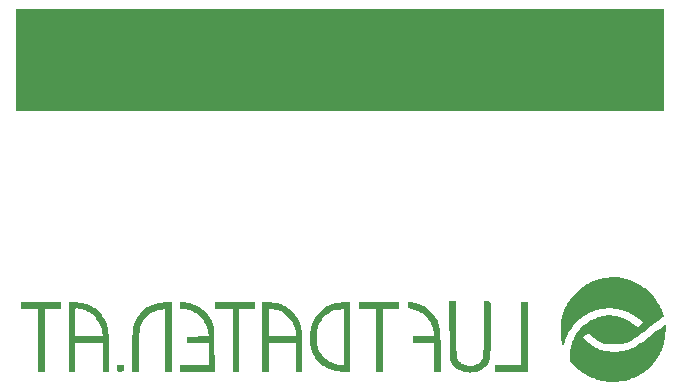
<source format=gbo>
G04 Layer: BottomSilkscreenLayer*
G04 EasyEDA v6.5.23, 2023-05-23 22:52:14*
G04 b64d56a2c64b479e9c3a0f4ea2cfd69e,619bf967d5dd4da89e17e2f86567f5d7,10*
G04 Gerber Generator version 0.2*
G04 Scale: 100 percent, Rotated: No, Reflected: No *
G04 Dimensions in millimeters *
G04 leading zeros omitted , absolute positions ,4 integer and 5 decimal *
%FSLAX45Y45*%
%MOMM*%

%ADD10C,0.0001*%

%LPD*%
G36*
X6859117Y5754522D02*
G01*
X6842759Y5754217D01*
X6810095Y5752846D01*
X6797751Y5751931D01*
X6785508Y5750661D01*
X6773418Y5749137D01*
X6761480Y5747308D01*
X6749694Y5745124D01*
X6738010Y5742686D01*
X6726529Y5739942D01*
X6715150Y5736894D01*
X6703923Y5733491D01*
X6692798Y5729833D01*
X6681876Y5725871D01*
X6671056Y5721553D01*
X6660388Y5716981D01*
X6649821Y5712053D01*
X6639407Y5706821D01*
X6629146Y5701334D01*
X6618986Y5695492D01*
X6608978Y5689346D01*
X6599123Y5682894D01*
X6589318Y5676087D01*
X6579717Y5669026D01*
X6570218Y5661609D01*
X6560820Y5653938D01*
X6551574Y5645912D01*
X6537909Y5633262D01*
X6528968Y5624474D01*
X6520129Y5615330D01*
X6511290Y5605729D01*
X6502704Y5595772D01*
X6494424Y5585612D01*
X6486448Y5575249D01*
X6478727Y5564581D01*
X6471361Y5553760D01*
X6464249Y5542737D01*
X6457492Y5531510D01*
X6451092Y5520182D01*
X6444996Y5508650D01*
X6439255Y5496966D01*
X6431330Y5479288D01*
X6426504Y5467350D01*
X6422034Y5455310D01*
X6417970Y5443220D01*
X6414312Y5431078D01*
X6411010Y5418937D01*
X6408521Y5408168D01*
X6406642Y5397804D01*
X6405067Y5386273D01*
X6403797Y5373674D01*
X6402730Y5360263D01*
X6401917Y5346192D01*
X6401358Y5331612D01*
X6401054Y5301843D01*
X6401257Y5286959D01*
X6402374Y5258257D01*
X6403340Y5244744D01*
X6404508Y5232044D01*
X6405880Y5220360D01*
X6407556Y5209895D01*
X6409385Y5200751D01*
X6411468Y5193233D01*
X6419951Y5171643D01*
X6428079Y5192420D01*
X6431229Y5201005D01*
X6433820Y5209133D01*
X6435547Y5215839D01*
X6436563Y5222494D01*
X6439458Y5230825D01*
X6444691Y5243169D01*
X6451549Y5257952D01*
X6458204Y5271414D01*
X6464096Y5282387D01*
X6473342Y5298389D01*
X6479844Y5308752D01*
X6486550Y5318861D01*
X6493510Y5328716D01*
X6500672Y5338267D01*
X6508089Y5347614D01*
X6515709Y5356656D01*
X6523583Y5365445D01*
X6539890Y5382209D01*
X6548374Y5390134D01*
X6557060Y5397804D01*
X6565950Y5405221D01*
X6574993Y5412333D01*
X6584238Y5419140D01*
X6593687Y5425694D01*
X6603288Y5431942D01*
X6613093Y5437886D01*
X6623100Y5443524D01*
X6633209Y5448909D01*
X6643522Y5453938D01*
X6653987Y5458714D01*
X6664604Y5463133D01*
X6675374Y5467248D01*
X6686296Y5471058D01*
X6697370Y5474563D01*
X6708597Y5477764D01*
X6719925Y5480608D01*
X6731406Y5483148D01*
X6743039Y5485384D01*
X6754774Y5487263D01*
X6766610Y5488838D01*
X6778599Y5490057D01*
X6790690Y5490921D01*
X6802881Y5491480D01*
X6815175Y5491734D01*
X6827164Y5491530D01*
X6839254Y5490921D01*
X6851446Y5489854D01*
X6863689Y5488330D01*
X6875983Y5486450D01*
X6888225Y5484164D01*
X6900468Y5481421D01*
X6912711Y5478322D01*
X6924802Y5474868D01*
X6936892Y5471007D01*
X6948779Y5466842D01*
X6960565Y5462270D01*
X6972147Y5457393D01*
X6983577Y5452160D01*
X6994753Y5446623D01*
X7005726Y5440730D01*
X7016394Y5434584D01*
X7026757Y5428081D01*
X7036816Y5421376D01*
X7046518Y5414314D01*
X7055866Y5407050D01*
X7064806Y5399481D01*
X7093712Y5374081D01*
X7052767Y5331307D01*
X7013752Y5361025D01*
X7002932Y5368899D01*
X6992416Y5376113D01*
X6982104Y5382717D01*
X6971893Y5388711D01*
X6961682Y5394248D01*
X6951319Y5399328D01*
X6940702Y5404002D01*
X6929780Y5408320D01*
X6918401Y5412384D01*
X6906463Y5416143D01*
X6893814Y5419750D01*
X6880047Y5423357D01*
X6866128Y5426456D01*
X6852818Y5428945D01*
X6839966Y5430774D01*
X6827367Y5431942D01*
X6814972Y5432450D01*
X6802628Y5432298D01*
X6790181Y5431485D01*
X6777481Y5430012D01*
X6764477Y5427878D01*
X6750964Y5425084D01*
X6736791Y5421630D01*
X6723227Y5417870D01*
X6710934Y5414010D01*
X6698894Y5409742D01*
X6687159Y5405120D01*
X6675628Y5400141D01*
X6664350Y5394807D01*
X6653377Y5389118D01*
X6642658Y5383123D01*
X6632244Y5376773D01*
X6622135Y5370068D01*
X6612280Y5363057D01*
X6602730Y5355742D01*
X6593535Y5348122D01*
X6584594Y5340248D01*
X6576009Y5332018D01*
X6567728Y5323535D01*
X6559803Y5314797D01*
X6552234Y5305806D01*
X6544970Y5296560D01*
X6538061Y5287010D01*
X6531508Y5277256D01*
X6525361Y5267299D01*
X6519519Y5257088D01*
X6514084Y5246674D01*
X6509054Y5236006D01*
X6504381Y5225186D01*
X6500114Y5214162D01*
X6496253Y5202936D01*
X6492798Y5191556D01*
X6489700Y5180025D01*
X6487109Y5168290D01*
X6484874Y5156403D01*
X6483096Y5144414D01*
X6481724Y5132222D01*
X6480860Y5119928D01*
X6480403Y5107533D01*
X6480352Y5048859D01*
X6528765Y4998516D01*
X6538417Y4988915D01*
X6548221Y4979771D01*
X6558076Y4971084D01*
X6568084Y4962753D01*
X6578244Y4954828D01*
X6588607Y4947259D01*
X6599174Y4939995D01*
X6609994Y4933137D01*
X6621119Y4926533D01*
X6632549Y4920234D01*
X6644335Y4914188D01*
X6656476Y4908448D01*
X6669024Y4902860D01*
X6681978Y4897577D01*
X6695389Y4892446D01*
X6707936Y4887925D01*
X6718553Y4884369D01*
X6728459Y4881321D01*
X6737959Y4878781D01*
X6747357Y4876596D01*
X6756908Y4874869D01*
X6766814Y4873498D01*
X6777481Y4872431D01*
X6789013Y4871618D01*
X6801815Y4871059D01*
X6832142Y4870551D01*
X6857593Y4870602D01*
X6873189Y4870907D01*
X6887768Y4871466D01*
X6901332Y4872278D01*
X6913930Y4873294D01*
X6925513Y4874564D01*
X6936181Y4876088D01*
X6945934Y4877816D01*
X6954824Y4879848D01*
X6962851Y4882134D01*
X6975246Y4886198D01*
X6987438Y4890516D01*
X7005370Y4897475D01*
X7022846Y4905044D01*
X7034225Y4910429D01*
X7045401Y4916017D01*
X7056374Y4921910D01*
X7067143Y4928006D01*
X7077659Y4934356D01*
X7087971Y4940909D01*
X7098080Y4947767D01*
X7107936Y4954828D01*
X7122363Y4965852D01*
X7131659Y4973523D01*
X7140702Y4981397D01*
X7149541Y4989474D01*
X7158177Y4997805D01*
X7166508Y5006340D01*
X7174636Y5015128D01*
X7182510Y5024120D01*
X7190130Y5033314D01*
X7197547Y5042712D01*
X7204659Y5052314D01*
X7211517Y5062169D01*
X7218121Y5072176D01*
X7224522Y5082387D01*
X7233564Y5098135D01*
X7239253Y5108854D01*
X7244689Y5119776D01*
X7249871Y5130901D01*
X7254748Y5142230D01*
X7259370Y5153710D01*
X7263688Y5165394D01*
X7267752Y5177231D01*
X7271156Y5188864D01*
X7274407Y5202377D01*
X7277455Y5217363D01*
X7280249Y5233365D01*
X7282789Y5249976D01*
X7284974Y5266690D01*
X7286802Y5283098D01*
X7288225Y5298744D01*
X7289139Y5313172D01*
X7289596Y5325973D01*
X7289495Y5336692D01*
X7288784Y5344871D01*
X7288174Y5347817D01*
X7287412Y5350002D01*
X7286498Y5351322D01*
X7285380Y5351729D01*
X7282942Y5350611D01*
X7278014Y5347512D01*
X7261504Y5335930D01*
X7237730Y5318353D01*
X7208520Y5296154D01*
X7146899Y5248402D01*
X7120077Y5228336D01*
X7094931Y5210352D01*
X7071309Y5194401D01*
X7048906Y5180330D01*
X7038187Y5173980D01*
X7027621Y5168087D01*
X7007148Y5157571D01*
X6997192Y5152948D01*
X6987336Y5148732D01*
X6977532Y5144871D01*
X6967880Y5141366D01*
X6958228Y5138267D01*
X6948576Y5135524D01*
X6938924Y5133086D01*
X6929221Y5131003D01*
X6919468Y5129225D01*
X6909612Y5127752D01*
X6899605Y5126583D01*
X6889496Y5125669D01*
X6879183Y5125059D01*
X6868668Y5124704D01*
X6852412Y5124653D01*
X6829755Y5125364D01*
X6815886Y5126126D01*
X6801358Y5127193D01*
X6788556Y5128514D01*
X6776974Y5130139D01*
X6766356Y5132222D01*
X6756196Y5134762D01*
X6746138Y5138013D01*
X6735825Y5141925D01*
X6724802Y5146700D01*
X6712712Y5152390D01*
X6700621Y5158435D01*
X6689090Y5164836D01*
X6677253Y5171948D01*
X6665468Y5179517D01*
X6654038Y5187442D01*
X6643420Y5195316D01*
X6633819Y5202986D01*
X6625691Y5210251D01*
X6591198Y5245354D01*
X6642862Y5280812D01*
X6674205Y5250586D01*
X6683908Y5242458D01*
X6695236Y5233924D01*
X6707479Y5225440D01*
X6720027Y5217464D01*
X6732168Y5210454D01*
X6743039Y5204866D01*
X6752640Y5200396D01*
X6761480Y5196687D01*
X6770065Y5193741D01*
X6778802Y5191404D01*
X6788150Y5189677D01*
X6798411Y5188407D01*
X6810095Y5187543D01*
X6823659Y5187035D01*
X6853986Y5186680D01*
X6875576Y5187035D01*
X6885635Y5187442D01*
X6904736Y5188966D01*
X6913829Y5190134D01*
X6922770Y5191607D01*
X6931507Y5193436D01*
X6940194Y5195570D01*
X6948881Y5198160D01*
X6957568Y5201158D01*
X6966407Y5204561D01*
X6975348Y5208473D01*
X6984542Y5212943D01*
X6994042Y5217871D01*
X7003846Y5223408D01*
X7024776Y5236311D01*
X7047788Y5251805D01*
X7073341Y5270144D01*
X7102043Y5291582D01*
X7134250Y5316372D01*
X7198918Y5366816D01*
X7246874Y5403545D01*
X7261250Y5414213D01*
X7267905Y5418836D01*
X7269124Y5420309D01*
X7270089Y5422087D01*
X7270800Y5424170D01*
X7271410Y5429250D01*
X7271003Y5435498D01*
X7269734Y5442712D01*
X7267549Y5450840D01*
X7264501Y5459780D01*
X7260742Y5469483D01*
X7256272Y5479796D01*
X7251090Y5490616D01*
X7245350Y5501894D01*
X7239050Y5513476D01*
X7232243Y5525312D01*
X7224979Y5537301D01*
X7217359Y5549290D01*
X7205319Y5567172D01*
X7196937Y5578856D01*
X7188403Y5590184D01*
X7179716Y5601157D01*
X7170928Y5611672D01*
X7162139Y5621528D01*
X7153351Y5630722D01*
X7144664Y5639104D01*
X7136231Y5646521D01*
X7127544Y5653582D01*
X7118197Y5660644D01*
X7108291Y5667705D01*
X7087209Y5681573D01*
X7076135Y5688279D01*
X7059117Y5697982D01*
X7036053Y5710021D01*
X7024522Y5715558D01*
X7013092Y5720740D01*
X7001865Y5725464D01*
X6990892Y5729782D01*
X6980275Y5733592D01*
X6970115Y5736844D01*
X6960412Y5739536D01*
X6951268Y5741619D01*
X6918401Y5748324D01*
X6896100Y5753100D01*
X6889851Y5753862D01*
X6879793Y5754370D01*
G37*
G36*
X5456732Y5550966D02*
G01*
X5461152Y5053838D01*
X5484063Y5020818D01*
X5491175Y5011826D01*
X5498744Y5003444D01*
X5506720Y4995672D01*
X5515152Y4988509D01*
X5523941Y4981905D01*
X5533034Y4975910D01*
X5542483Y4970526D01*
X5552135Y4965700D01*
X5562092Y4961483D01*
X5572252Y4957826D01*
X5582564Y4954778D01*
X5593029Y4952288D01*
X5603595Y4950409D01*
X5614212Y4949088D01*
X5624931Y4948326D01*
X5635599Y4948174D01*
X5646318Y4948580D01*
X5656935Y4949596D01*
X5667451Y4951171D01*
X5677865Y4953304D01*
X5688177Y4955997D01*
X5698236Y4959299D01*
X5708091Y4963160D01*
X5717743Y4967579D01*
X5727090Y4972558D01*
X5736082Y4978146D01*
X5744768Y4984242D01*
X5753049Y4990896D01*
X5760974Y4998161D01*
X5768390Y5005984D01*
X5775350Y5014315D01*
X5781802Y5023256D01*
X5787694Y5032705D01*
X5791606Y5039868D01*
X5794756Y5046218D01*
X5797448Y5052669D01*
X5799023Y5057343D01*
X5800394Y5062524D01*
X5801614Y5068316D01*
X5802731Y5074970D01*
X5804560Y5091430D01*
X5805932Y5113324D01*
X5806998Y5142026D01*
X5807811Y5178907D01*
X5809234Y5282895D01*
X5809945Y5363565D01*
X5810097Y5451500D01*
X5809640Y5500065D01*
X5808776Y5531053D01*
X5808218Y5538673D01*
X5807862Y5540349D01*
X5804357Y5544718D01*
X5797905Y5548071D01*
X5789015Y5550204D01*
X5778195Y5550966D01*
X5752592Y5550966D01*
X5749290Y5224627D01*
X5748578Y5183987D01*
X5747715Y5151120D01*
X5746648Y5125008D01*
X5745327Y5104638D01*
X5743651Y5089093D01*
X5741670Y5077358D01*
X5740501Y5072634D01*
X5737809Y5064912D01*
X5735421Y5060035D01*
X5729528Y5050536D01*
X5726226Y5046167D01*
X5722670Y5041950D01*
X5718962Y5037988D01*
X5710936Y5030724D01*
X5706668Y5027472D01*
X5697626Y5021580D01*
X5692902Y5018938D01*
X5688025Y5016550D01*
X5677966Y5012486D01*
X5672836Y5010759D01*
X5662218Y5008016D01*
X5656834Y5006949D01*
X5645912Y5005578D01*
X5634837Y5005070D01*
X5623814Y5005476D01*
X5612790Y5006797D01*
X5601919Y5009032D01*
X5596585Y5010454D01*
X5586120Y5014010D01*
X5576011Y5018481D01*
X5566359Y5023866D01*
X5557266Y5030165D01*
X5552948Y5033619D01*
X5548833Y5037328D01*
X5541060Y5045456D01*
X5537504Y5049824D01*
X5534152Y5054447D01*
X5529986Y5060950D01*
X5526430Y5067808D01*
X5524906Y5071567D01*
X5523534Y5075783D01*
X5522315Y5080609D01*
X5521248Y5086197D01*
X5519521Y5100269D01*
X5518251Y5119370D01*
X5517388Y5144668D01*
X5516829Y5177536D01*
X5516372Y5270906D01*
X5516321Y5550966D01*
G37*
G36*
X3110026Y5545683D02*
G01*
X3038398Y5541314D01*
X3024276Y5540044D01*
X3010509Y5538368D01*
X2997200Y5536285D01*
X2984246Y5533796D01*
X2971749Y5530900D01*
X2959608Y5527548D01*
X2947822Y5523839D01*
X2936443Y5519623D01*
X2925419Y5515051D01*
X2914802Y5510022D01*
X2904490Y5504586D01*
X2894584Y5498693D01*
X2885033Y5492343D01*
X2875788Y5485587D01*
X2866898Y5478373D01*
X2858363Y5470702D01*
X2850134Y5462574D01*
X2842209Y5454040D01*
X2834640Y5444998D01*
X2827324Y5435549D01*
X2820365Y5425592D01*
X2810052Y5409234D01*
X2801924Y5394553D01*
X2798318Y5387136D01*
X2795016Y5379567D01*
X2791968Y5371846D01*
X2789174Y5363819D01*
X2786634Y5355437D01*
X2784348Y5346649D01*
X2782316Y5337352D01*
X2780487Y5327497D01*
X2778861Y5316982D01*
X2776169Y5293715D01*
X2775102Y5280812D01*
X2773476Y5252110D01*
X2772410Y5219090D01*
X2771749Y5181193D01*
X2771597Y5160162D01*
X2771546Y4954371D01*
X2829509Y4954371D01*
X2832303Y5185410D01*
X2833014Y5230926D01*
X2833878Y5266690D01*
X2835046Y5294223D01*
X2835706Y5305399D01*
X2836519Y5315102D01*
X2838551Y5330748D01*
X2839821Y5337149D01*
X2841244Y5342737D01*
X2842869Y5347817D01*
X2844698Y5352542D01*
X2847848Y5359349D01*
X2853385Y5369610D01*
X2859786Y5380431D01*
X2866542Y5390692D01*
X2873705Y5400446D01*
X2881223Y5409692D01*
X2889097Y5418429D01*
X2897276Y5426608D01*
X2905861Y5434228D01*
X2914751Y5441340D01*
X2924048Y5447944D01*
X2933649Y5453989D01*
X2943555Y5459476D01*
X2953816Y5464454D01*
X2964434Y5468874D01*
X2975406Y5472734D01*
X2986633Y5476036D01*
X2998216Y5478830D01*
X3010154Y5481015D01*
X3051149Y5486704D01*
X3051149Y4954371D01*
X3110026Y4954371D01*
G37*
G36*
X4618583Y5545632D02*
G01*
X4542840Y5541416D01*
X4528007Y5540146D01*
X4513834Y5538520D01*
X4500219Y5536387D01*
X4487164Y5533847D01*
X4474667Y5530850D01*
X4462576Y5527395D01*
X4450892Y5523382D01*
X4439615Y5518861D01*
X4428642Y5513832D01*
X4417974Y5508244D01*
X4407509Y5502046D01*
X4397248Y5495290D01*
X4387138Y5487924D01*
X4377131Y5479897D01*
X4367174Y5471261D01*
X4358284Y5462930D01*
X4350715Y5455056D01*
X4343501Y5446826D01*
X4336643Y5438190D01*
X4330090Y5429199D01*
X4323943Y5419852D01*
X4318203Y5410200D01*
X4312767Y5400243D01*
X4307687Y5389981D01*
X4303014Y5379516D01*
X4298696Y5368747D01*
X4294784Y5357825D01*
X4291177Y5346649D01*
X4288028Y5335320D01*
X4285183Y5323840D01*
X4282795Y5312257D01*
X4280712Y5300522D01*
X4279087Y5288737D01*
X4277817Y5276850D01*
X4276953Y5264912D01*
X4276373Y5248706D01*
X4334357Y5248706D01*
X4334560Y5262118D01*
X4335170Y5275427D01*
X4336288Y5288483D01*
X4337812Y5301183D01*
X4339844Y5313426D01*
X4342282Y5325110D01*
X4345178Y5336184D01*
X4348530Y5346395D01*
X4352391Y5355793D01*
X4357573Y5366461D01*
X4363262Y5376773D01*
X4369460Y5386781D01*
X4376166Y5396382D01*
X4383328Y5405678D01*
X4390999Y5414568D01*
X4399127Y5423103D01*
X4407662Y5431231D01*
X4416704Y5438952D01*
X4426153Y5446268D01*
X4436008Y5453126D01*
X4446270Y5459526D01*
X4451045Y5462168D01*
X4456277Y5464759D01*
X4467809Y5469534D01*
X4480509Y5473750D01*
X4493920Y5477306D01*
X4500829Y5478830D01*
X4514748Y5481218D01*
X4567072Y5486806D01*
X4567072Y5013299D01*
X4536592Y5013401D01*
X4525365Y5014214D01*
X4514088Y5015839D01*
X4502759Y5018227D01*
X4491431Y5021326D01*
X4480204Y5025186D01*
X4469079Y5029657D01*
X4458106Y5034788D01*
X4447336Y5040528D01*
X4436821Y5046827D01*
X4426610Y5053685D01*
X4416704Y5061051D01*
X4407204Y5068925D01*
X4398162Y5077206D01*
X4389577Y5085943D01*
X4381550Y5095087D01*
X4370527Y5109413D01*
X4364024Y5119370D01*
X4358182Y5129631D01*
X4353052Y5140147D01*
X4349191Y5149850D01*
X4345736Y5160365D01*
X4342790Y5171643D01*
X4340250Y5183530D01*
X4338167Y5195976D01*
X4336542Y5208828D01*
X4335373Y5221935D01*
X4334662Y5235295D01*
X4334357Y5248706D01*
X4276373Y5248706D01*
X4276344Y5240985D01*
X4276648Y5229047D01*
X4277360Y5217109D01*
X4278477Y5205272D01*
X4280001Y5193487D01*
X4281932Y5181752D01*
X4284268Y5170220D01*
X4287012Y5158790D01*
X4290161Y5147513D01*
X4293717Y5136388D01*
X4297730Y5125516D01*
X4302150Y5114848D01*
X4306976Y5104434D01*
X4312208Y5094274D01*
X4317898Y5084419D01*
X4324350Y5074361D01*
X4331411Y5064252D01*
X4338828Y5054549D01*
X4346549Y5045354D01*
X4354576Y5036616D01*
X4362958Y5028285D01*
X4371644Y5020462D01*
X4380687Y5013045D01*
X4390034Y5006086D01*
X4399737Y4999634D01*
X4409744Y4993589D01*
X4420108Y4987950D01*
X4430826Y4982819D01*
X4441850Y4978095D01*
X4453229Y4973878D01*
X4464964Y4970068D01*
X4477054Y4966665D01*
X4489500Y4963718D01*
X4502302Y4961229D01*
X4515459Y4959197D01*
X4528921Y4957572D01*
X4542790Y4956403D01*
X4618583Y4952390D01*
G37*
G36*
X6068263Y5543600D02*
G01*
X6068263Y5013299D01*
X5840120Y5013299D01*
X5840120Y4954371D01*
X6127089Y4954371D01*
X6127089Y5543600D01*
G37*
G36*
X4692142Y5543600D02*
G01*
X4692142Y5484672D01*
X4839309Y5484672D01*
X4839309Y4954371D01*
X4898186Y4954371D01*
X4898186Y5484672D01*
X5030673Y5484672D01*
X5030673Y5543600D01*
G37*
G36*
X3875328Y5543600D02*
G01*
X3875328Y5417769D01*
X3926738Y5417769D01*
X3926789Y5435041D01*
X3927094Y5449570D01*
X3927703Y5461558D01*
X3928821Y5471160D01*
X3929583Y5475173D01*
X3930497Y5478627D01*
X3931564Y5481624D01*
X3932834Y5484164D01*
X3934307Y5486247D01*
X3936034Y5487924D01*
X3937965Y5489194D01*
X3940149Y5490108D01*
X3942587Y5490667D01*
X3945331Y5490921D01*
X3951630Y5490565D01*
X3959301Y5489295D01*
X3991051Y5481472D01*
X4002887Y5478221D01*
X4014419Y5474360D01*
X4025595Y5469839D01*
X4036466Y5464708D01*
X4046982Y5459018D01*
X4057142Y5452719D01*
X4066895Y5445861D01*
X4076293Y5438444D01*
X4085285Y5430520D01*
X4093819Y5422087D01*
X4101947Y5413146D01*
X4109618Y5403748D01*
X4116781Y5393893D01*
X4123486Y5383631D01*
X4129684Y5372912D01*
X4135374Y5361787D01*
X4140555Y5350306D01*
X4145178Y5338419D01*
X4149191Y5326227D01*
X4152696Y5313680D01*
X4155592Y5300827D01*
X4157878Y5287670D01*
X4162501Y5256377D01*
X3926840Y5256377D01*
X3926738Y5417769D01*
X3875328Y5417769D01*
X3875328Y4954371D01*
X3926840Y4954371D01*
X3926840Y5197449D01*
X4162348Y5197449D01*
X4162348Y4954371D01*
X4213860Y4954371D01*
X4213707Y5165090D01*
X4213199Y5202732D01*
X4212285Y5235752D01*
X4210862Y5264607D01*
X4208881Y5289804D01*
X4207662Y5301234D01*
X4204665Y5322062D01*
X4202887Y5331561D01*
X4200906Y5340553D01*
X4198721Y5349087D01*
X4196334Y5357266D01*
X4193692Y5365089D01*
X4190847Y5372709D01*
X4184345Y5387441D01*
X4176776Y5401970D01*
X4172559Y5409336D01*
X4166311Y5419547D01*
X4159504Y5429453D01*
X4152188Y5439054D01*
X4144467Y5448350D01*
X4136288Y5457342D01*
X4127754Y5465978D01*
X4118762Y5474208D01*
X4109465Y5482082D01*
X4099814Y5489549D01*
X4089908Y5496610D01*
X4079646Y5503214D01*
X4069181Y5509361D01*
X4058462Y5515051D01*
X4047540Y5520232D01*
X4036466Y5524906D01*
X4025188Y5529021D01*
X4013809Y5532628D01*
X4002328Y5535625D01*
X3993184Y5537352D01*
X3981602Y5539028D01*
X3968191Y5540451D01*
X3953814Y5541619D01*
X3939184Y5542432D01*
X3925011Y5542889D01*
G37*
G36*
X3470605Y5543600D02*
G01*
X3470605Y5484672D01*
X3625138Y5484672D01*
X3625138Y4954371D01*
X3676650Y4954371D01*
X3676650Y5484672D01*
X3809136Y5484672D01*
X3809136Y5543600D01*
G37*
G36*
X3176270Y5543600D02*
G01*
X3176320Y5504484D01*
X3176727Y5497169D01*
X3177794Y5491937D01*
X3179876Y5488432D01*
X3183331Y5486298D01*
X3188360Y5485180D01*
X3195472Y5484774D01*
X3210509Y5484622D01*
X3221786Y5483910D01*
X3233013Y5482590D01*
X3244138Y5480558D01*
X3255162Y5477916D01*
X3266033Y5474614D01*
X3276752Y5470702D01*
X3287268Y5466181D01*
X3297631Y5461000D01*
X3307740Y5455259D01*
X3317595Y5448909D01*
X3327196Y5441950D01*
X3336493Y5434431D01*
X3345535Y5426354D01*
X3354476Y5417464D01*
X3363061Y5408117D01*
X3370783Y5398719D01*
X3377793Y5389118D01*
X3384143Y5379212D01*
X3389884Y5368899D01*
X3395014Y5358079D01*
X3399586Y5346598D01*
X3403701Y5334355D01*
X3407410Y5321300D01*
X3410712Y5307279D01*
X3413709Y5292191D01*
X3419703Y5256834D01*
X3238804Y5252669D01*
X3234232Y5197449D01*
X3419094Y5197449D01*
X3419094Y5013299D01*
X3176270Y5013299D01*
X3176270Y4954371D01*
X3471519Y4954371D01*
X3467963Y5239562D01*
X3467100Y5276646D01*
X3465931Y5304942D01*
X3465169Y5316321D01*
X3464255Y5326227D01*
X3463188Y5334863D01*
X3461918Y5342432D01*
X3460394Y5349189D01*
X3458718Y5355386D01*
X3456736Y5361279D01*
X3451961Y5372912D01*
X3444544Y5388660D01*
X3438347Y5400700D01*
X3431794Y5412181D01*
X3424936Y5423154D01*
X3417671Y5433618D01*
X3410051Y5443575D01*
X3402076Y5453075D01*
X3393694Y5462066D01*
X3384956Y5470601D01*
X3375761Y5478678D01*
X3366211Y5486298D01*
X3356203Y5493461D01*
X3345789Y5500166D01*
X3334969Y5506415D01*
X3323640Y5512257D01*
X3311906Y5517692D01*
X3299714Y5522722D01*
X3287014Y5527344D01*
X3274567Y5531307D01*
X3261817Y5534710D01*
X3248507Y5537708D01*
X3235350Y5540197D01*
X3222955Y5542026D01*
X3212134Y5543042D01*
X3207562Y5543245D01*
G37*
G36*
X2234336Y5543600D02*
G01*
X2234336Y5256377D01*
X2285847Y5256377D01*
X2286000Y5431586D01*
X2286304Y5451449D01*
X2286914Y5466384D01*
X2287930Y5477103D01*
X2288641Y5481116D01*
X2289454Y5484266D01*
X2290419Y5486755D01*
X2291537Y5488584D01*
X2292858Y5489905D01*
X2294331Y5490768D01*
X2296058Y5491226D01*
X2300071Y5491480D01*
X2307234Y5491073D01*
X2318715Y5489397D01*
X2332126Y5486603D01*
X2346655Y5482894D01*
X2361641Y5478526D01*
X2376373Y5473649D01*
X2390089Y5468518D01*
X2402128Y5463286D01*
X2411831Y5458206D01*
X2420772Y5452618D01*
X2429560Y5446318D01*
X2438095Y5439308D01*
X2446426Y5431688D01*
X2454452Y5423458D01*
X2462174Y5414670D01*
X2469591Y5405424D01*
X2476601Y5395671D01*
X2483205Y5385562D01*
X2489352Y5375097D01*
X2495092Y5364327D01*
X2500274Y5353304D01*
X2504998Y5342077D01*
X2509113Y5330647D01*
X2512669Y5319166D01*
X2515565Y5307584D01*
X2517851Y5295950D01*
X2523337Y5256377D01*
X2234336Y5256377D01*
X2234336Y4954371D01*
X2285847Y4954371D01*
X2285847Y5197449D01*
X2521356Y5197449D01*
X2521356Y4954371D01*
X2572867Y4954371D01*
X2575255Y5090718D01*
X2575763Y5133238D01*
X2575814Y5180177D01*
X2575356Y5213197D01*
X2574442Y5242560D01*
X2573020Y5268722D01*
X2570988Y5291988D01*
X2568295Y5312765D01*
X2564993Y5331358D01*
X2563063Y5339994D01*
X2560929Y5348224D01*
X2556103Y5363718D01*
X2550464Y5378196D01*
X2543962Y5392013D01*
X2536545Y5405577D01*
X2528163Y5419293D01*
X2520696Y5430418D01*
X2513126Y5440883D01*
X2505354Y5450738D01*
X2497378Y5459984D01*
X2489098Y5468670D01*
X2480564Y5476798D01*
X2471724Y5484368D01*
X2462530Y5491429D01*
X2452928Y5497982D01*
X2442921Y5504078D01*
X2432456Y5509768D01*
X2421534Y5515000D01*
X2410104Y5519826D01*
X2398166Y5524296D01*
X2385618Y5528411D01*
X2372461Y5532221D01*
X2363673Y5534304D01*
X2353513Y5536285D01*
X2342337Y5538114D01*
X2330500Y5539740D01*
X2306370Y5542127D01*
X2294788Y5542838D01*
X2284018Y5543143D01*
G37*
G36*
X1829612Y5543600D02*
G01*
X1829612Y5484672D01*
X1976780Y5484672D01*
X1976780Y4954371D01*
X2035657Y4954371D01*
X2035657Y5484672D01*
X2168144Y5484672D01*
X2168144Y5543600D01*
G37*
G36*
X5120690Y5542991D02*
G01*
X5114950Y5542686D01*
X5110734Y5541670D01*
X5107787Y5539790D01*
X5105908Y5536742D01*
X5104841Y5532323D01*
X5104333Y5526328D01*
X5104384Y5510377D01*
X5104993Y5504129D01*
X5106568Y5499354D01*
X5109362Y5495696D01*
X5113782Y5492800D01*
X5120284Y5490362D01*
X5129174Y5488025D01*
X5147767Y5483860D01*
X5161280Y5480354D01*
X5174234Y5476392D01*
X5186781Y5471922D01*
X5198770Y5466994D01*
X5210200Y5461609D01*
X5221071Y5455767D01*
X5231384Y5449468D01*
X5241086Y5442813D01*
X5250180Y5435701D01*
X5258612Y5428183D01*
X5266334Y5420309D01*
X5273598Y5411825D01*
X5280710Y5402173D01*
X5287619Y5391607D01*
X5294122Y5380329D01*
X5300218Y5368493D01*
X5305856Y5356352D01*
X5310936Y5344007D01*
X5315305Y5331714D01*
X5318963Y5319623D01*
X5321858Y5307990D01*
X5323840Y5296916D01*
X5324500Y5291683D01*
X5325008Y5281879D01*
X5325008Y5256377D01*
X5148427Y5256377D01*
X5148427Y5197449D01*
X5325008Y5197449D01*
X5325008Y4954371D01*
X5383885Y4954371D01*
X5383733Y5169662D01*
X5383276Y5207965D01*
X5382361Y5241391D01*
X5380990Y5270500D01*
X5380126Y5283606D01*
X5377840Y5307330D01*
X5376468Y5317998D01*
X5373166Y5337505D01*
X5369052Y5354929D01*
X5366664Y5363057D01*
X5364022Y5370830D01*
X5361178Y5378399D01*
X5358079Y5385765D01*
X5351068Y5400243D01*
X5345074Y5411216D01*
X5340045Y5419699D01*
X5333847Y5429097D01*
X5327091Y5438241D01*
X5319826Y5447182D01*
X5312105Y5455869D01*
X5303875Y5464251D01*
X5295239Y5472328D01*
X5286197Y5480100D01*
X5276799Y5487517D01*
X5267045Y5494578D01*
X5256936Y5501233D01*
X5246573Y5507482D01*
X5235956Y5513273D01*
X5225084Y5518658D01*
X5214061Y5523585D01*
X5202834Y5528005D01*
X5191455Y5531866D01*
X5179923Y5535269D01*
X5169255Y5537809D01*
X5157724Y5539841D01*
X5145278Y5541518D01*
X5133441Y5542584D01*
G37*
G36*
X2646426Y5013299D02*
G01*
X2646527Y4974386D01*
X2646934Y4967173D01*
X2647950Y4961940D01*
X2649829Y4958384D01*
X2652826Y4956149D01*
X2657246Y4954981D01*
X2663342Y4954473D01*
X2671318Y4954371D01*
X2677312Y4954625D01*
X2682595Y4955387D01*
X2687269Y4956708D01*
X2691282Y4958588D01*
X2694736Y4961128D01*
X2697632Y4964379D01*
X2700020Y4968290D01*
X2701950Y4973015D01*
X2703372Y4978552D01*
X2704338Y4984953D01*
X2704947Y4992217D01*
X2705201Y5000396D01*
X2704896Y5003901D01*
X2703931Y5006695D01*
X2702052Y5008930D01*
X2699258Y5010658D01*
X2695346Y5011877D01*
X2690215Y5012690D01*
X2683764Y5013147D01*
G37*
G36*
X1790700Y8026400D02*
G01*
X7277100Y8026400D01*
X7277100Y7162800D01*
X1790700Y7162800D01*
G37*
M02*

</source>
